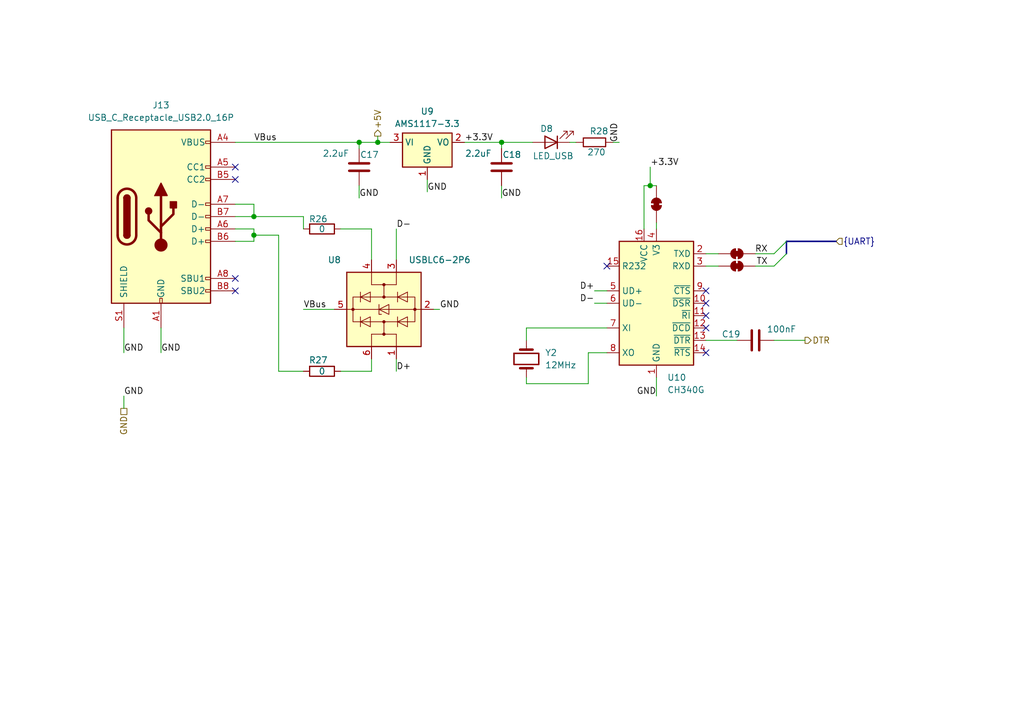
<source format=kicad_sch>
(kicad_sch (version 20231120) (generator "eeschema") (generator_version "8.0")
  (paper "A5")
  (title_block (title "Programming connector") (date "2024-11-03") (rev "1.0"))
  (lib_symbols
    (symbol "Connector:USB_C_Receptacle_USB2.0_16P" (pin_names (offset 1.016))
      (property "Reference" "J" (at 0 22.225 0))
      (property "Value" "USB_C_Receptacle_USB2.0_16P" (at 0 19.685 0))
      (symbol "USB_C_Receptacle_USB2.0_16P_0_0"
        (rectangle (start -0.254 -17.78) (end 0.254 -16.764))
        (rectangle (start 10.16 -14.986) (end 9.144 -15.494))
        (rectangle (start 10.16 -12.446) (end 9.144 -12.954))
        (rectangle (start 10.16 -4.826) (end 9.144 -5.334))
        (rectangle (start 10.16 -2.286) (end 9.144 -2.794))
        (rectangle (start 10.16 0.254) (end 9.144 -0.254))
        (rectangle (start 10.16 2.794) (end 9.144 2.286))
        (rectangle (start 10.16 7.874) (end 9.144 7.366))
        (rectangle (start 10.16 10.414) (end 9.144 9.906))
        (rectangle (start 10.16 15.494) (end 9.144 14.986))
      )
      (symbol "USB_C_Receptacle_USB2.0_16P_0_1"
        (rectangle (start -10.16 17.78) (end 10.16 -17.78) (stroke (width 0.254)) (fill (type background)))
        (arc (start -8.89 -3.81) (mid -6.985 -5.7067) (end -5.08 -3.81) (stroke (width 0.508)))
        (arc (start -7.62 -3.81) (mid -6.985 -4.4423) (end -6.35 -3.81) (stroke (width 0.254)))
        (arc (start -7.62 -3.81) (mid -6.985 -4.4423) (end -6.35 -3.81) (stroke (width 0.254)) (fill (type outline)))
        (rectangle (start -7.62 -3.81) (end -6.35 3.81) (stroke (width 0.254)) (fill (type outline)))
        (arc (start -6.35 3.81) (mid -6.985 4.4423) (end -7.62 3.81) (stroke (width 0.254)))
        (arc (start -6.35 3.81) (mid -6.985 4.4423) (end -7.62 3.81) (stroke (width 0.254)) (fill (type outline)))
        (arc (start -5.08 3.81) (mid -6.985 5.7067) (end -8.89 3.81) (stroke (width 0.508)))
        (circle (center -2.54 1.143) (radius 0.635) (stroke (width 0.254)) (fill (type outline)))
        (circle (center 0 -5.842) (radius 1.27) (fill (type outline)))
        (polyline (pts (xy -8.89 -3.81) (xy -8.89 3.81)) (stroke (width 0.508)))
        (polyline (pts (xy -5.08 3.81) (xy -5.08 -3.81)) (stroke (width 0.508)))
        (polyline (pts (xy 0 -5.842) (xy 0 4.318)) (stroke (width 0.508)))
        (polyline (pts (xy 0 -3.302) (xy -2.54 -0.762) (xy -2.54 0.508)) (stroke (width 0.508)))
        (polyline (pts (xy 0 -2.032) (xy 2.54 0.508) (xy 2.54 1.778)) (stroke (width 0.508)))
        (polyline (pts (xy -1.27 4.318) (xy 0 6.858) (xy 1.27 4.318) (xy -1.27 4.318)) (stroke (width 0.254)) (fill (type outline)))
        (rectangle (start 1.905 1.778) (end 3.175 3.048) (stroke (width 0.254)) (fill (type outline)))
      )
      (symbol "USB_C_Receptacle_USB2.0_16P_1_1"
        (pin passive line (at 0 -22.86 90) (length 5.08) (name "GND") (number "A1"))
        (pin passive line (at 0 -22.86 90) (length 5.08) hide (name "GND") (number "A12"))
        (pin passive line (at 15.24 15.24 180) (length 5.08) (name "VBUS") (number "A4"))
        (pin bidirectional line (at 15.24 10.16 180) (length 5.08) (name "CC1") (number "A5"))
        (pin bidirectional line (at 15.24 -2.54 180) (length 5.08) (name "D+") (number "A6"))
        (pin bidirectional line (at 15.24 2.54 180) (length 5.08) (name "D-") (number "A7"))
        (pin bidirectional line (at 15.24 -12.7 180) (length 5.08) (name "SBU1") (number "A8"))
        (pin passive line (at 15.24 15.24 180) (length 5.08) hide (name "VBUS") (number "A9"))
        (pin passive line (at 0 -22.86 90) (length 5.08) hide (name "GND") (number "B1"))
        (pin passive line (at 0 -22.86 90) (length 5.08) hide (name "GND") (number "B12"))
        (pin passive line (at 15.24 15.24 180) (length 5.08) hide (name "VBUS") (number "B4"))
        (pin bidirectional line (at 15.24 7.62 180) (length 5.08) (name "CC2") (number "B5"))
        (pin bidirectional line (at 15.24 -5.08 180) (length 5.08) (name "D+") (number "B6"))
        (pin bidirectional line (at 15.24 0 180) (length 5.08) (name "D-") (number "B7"))
        (pin bidirectional line (at 15.24 -15.24 180) (length 5.08) (name "SBU2") (number "B8"))
        (pin passive line (at 15.24 15.24 180) (length 5.08) hide (name "VBUS") (number "B9"))
        (pin passive line (at -7.62 -22.86 90) (length 5.08) (name "SHIELD") (number "S1"))
      )
    )
    (symbol "Device:C" (pin_numbers hide) (pin_names (offset 0.254))
      (property "Reference" "C" (at 0.635 2.54 0))
      (property "Value" "C" (at 0.635 -2.54 0))
      (symbol "C_0_1"
        (polyline (pts (xy -2.032 -0.762) (xy 2.032 -0.762)) (stroke (width 0.508)))
        (polyline (pts (xy -2.032 0.762) (xy 2.032 0.762)) (stroke (width 0.508)))
      )
      (symbol "C_1_1"
        (pin passive line (at 0 3.81 270) (length 2.794) (name "~") (number "1"))
        (pin passive line (at 0 -3.81 90) (length 2.794) (name "~") (number "2"))
      )
    )
    (symbol "Device:Crystal" (pin_numbers hide) (pin_names (offset 1.016) hide)
      (property "Reference" "Y" (at 0 3.81 0))
      (property "Value" "Crystal" (at 0 -3.81 0))
      (symbol "Crystal_0_1"
        (rectangle (start -1.143 2.54) (end 1.143 -2.54) (stroke (width 0.3048)))
        (polyline (pts (xy -2.54 0) (xy -1.905 0)))
        (polyline (pts (xy -1.905 -1.27) (xy -1.905 1.27)) (stroke (width 0.508)))
        (polyline (pts (xy 1.905 -1.27) (xy 1.905 1.27)) (stroke (width 0.508)))
        (polyline (pts (xy 2.54 0) (xy 1.905 0)))
      )
      (symbol "Crystal_1_1"
        (pin passive line (at -3.81 0 0) (length 1.27) (name "1") (number "1"))
        (pin passive line (at 3.81 0 180) (length 1.27) (name "2") (number "2"))
      )
    )
    (symbol "Device:LED" (pin_numbers hide) (pin_names (offset 1.016) hide)
      (property "Reference" "D" (at 0 2.54 0))
      (property "Value" "LED" (at 0 -2.54 0))
      (symbol "LED_0_1"
        (polyline (pts (xy -1.27 -1.27) (xy -1.27 1.27)) (stroke (width 0.254)))
        (polyline (pts (xy -1.27 0) (xy 1.27 0)))
        (polyline (pts (xy 1.27 -1.27) (xy 1.27 1.27) (xy -1.27 0) (xy 1.27 -1.27)) (stroke (width 0.254)))
        (polyline (pts (xy -3.048 -0.762) (xy -4.572 -2.286) (xy -3.81 -2.286) (xy -4.572 -2.286) (xy -4.572 -1.524)))
        (polyline (pts (xy -1.778 -0.762) (xy -3.302 -2.286) (xy -2.54 -2.286) (xy -3.302 -2.286) (xy -3.302 -1.524)))
      )
      (symbol "LED_1_1"
        (pin passive line (at -3.81 0 0) (length 2.54) (name "K") (number "1"))
        (pin passive line (at 3.81 0 180) (length 2.54) (name "A") (number "2"))
      )
    )
    (symbol "Device:R" (pin_numbers hide) (pin_names (offset 0))
      (property "Reference" "R" (at 2.032 0 90))
      (property "Value" "R" (at 0 0 90))
      (symbol "R_0_1"
        (rectangle (start -1.016 -2.54) (end 1.016 2.54) (stroke (width 0.254)))
      )
      (symbol "R_1_1"
        (pin passive line (at 0 3.81 270) (length 1.27) (name "~") (number "1"))
        (pin passive line (at 0 -3.81 90) (length 1.27) (name "~") (number "2"))
      )
    )
    (symbol "Interface_USB:CH340G"
      (property "Reference" "U" (at -5.08 13.97 0))
      (property "Value" "CH340G" (at 1.27 13.97 0))
      (symbol "CH340G_0_1"
        (rectangle (start -7.62 12.7) (end 7.62 -12.7) (stroke (width 0.254)) (fill (type background)))
      )
      (symbol "CH340G_1_1"
        (pin power_in line (at 0 -15.24 90) (length 2.54) (name "GND") (number "1"))
        (pin input line (at 10.16 0 180) (length 2.54) (name "~{DSR}") (number "10"))
        (pin input line (at 10.16 -2.54 180) (length 2.54) (name "~{RI}") (number "11"))
        (pin input line (at 10.16 -5.08 180) (length 2.54) (name "~{DCD}") (number "12"))
        (pin output line (at 10.16 -7.62 180) (length 2.54) (name "~{DTR}") (number "13"))
        (pin output line (at 10.16 -10.16 180) (length 2.54) (name "~{RTS}") (number "14"))
        (pin input line (at -10.16 7.62 0) (length 2.54) (name "R232") (number "15"))
        (pin power_in line (at -2.54 15.24 270) (length 2.54) (name "VCC") (number "16"))
        (pin output line (at 10.16 10.16 180) (length 2.54) (name "TXD") (number "2"))
        (pin input line (at 10.16 7.62 180) (length 2.54) (name "RXD") (number "3"))
        (pin power_out line (at 0 15.24 270) (length 2.54) (name "V3") (number "4"))
        (pin bidirectional line (at -10.16 2.54 0) (length 2.54) (name "UD+") (number "5"))
        (pin bidirectional line (at -10.16 0 0) (length 2.54) (name "UD-") (number "6"))
        (pin input line (at -10.16 -5.08 0) (length 2.54) (name "XI") (number "7"))
        (pin output line (at -10.16 -10.16 0) (length 2.54) (name "XO") (number "8"))
        (pin input line (at 10.16 2.54 180) (length 2.54) (name "~{CTS}") (number "9"))
      )
    )
    (symbol "Jumper:SolderJumper_2_Bridged" (pin_numbers hide) (pin_names (offset 0) hide) (exclude_from_sim yes) (in_bom no)
      (property "Reference" "JP" (at 0 2.032 0))
      (property "Value" "SolderJumper_2_Bridged" (at 0 -2.54 0))
      (symbol "SolderJumper_2_Bridged_0_1"
        (rectangle (start -0.508 0.508) (end 0.508 -0.508) (fill (type outline)))
        (arc (start -0.254 1.016) (mid -1.2656 0) (end -0.254 -1.016))
        (arc (start -0.254 1.016) (mid -1.2656 0) (end -0.254 -1.016) (fill (type outline)))
        (polyline (pts (xy -0.254 1.016) (xy -0.254 -1.016)))
        (polyline (pts (xy 0.254 1.016) (xy 0.254 -1.016)))
        (arc (start 0.254 -1.016) (mid 1.2656 0) (end 0.254 1.016))
        (arc (start 0.254 -1.016) (mid 1.2656 0) (end 0.254 1.016) (fill (type outline)))
      )
      (symbol "SolderJumper_2_Bridged_1_1"
        (pin passive line (at -3.81 0 0) (length 2.54) (name "A") (number "1"))
        (pin passive line (at 3.81 0 180) (length 2.54) (name "B") (number "2"))
      )
    )
    (symbol "PCM_SL_Devices:Resistor_0.5W"
      (property "Reference" "R" (at 0 5.08 0))
      (property "Value" "Resistor_0.5W" (at 0 2.54 0))
      (symbol "Resistor_0.5W_0_1"
        (rectangle (start -2.286 0.889) (end 2.286 -0.889) (stroke (width 0.24)))
      )
      (symbol "Resistor_0.5W_1_1"
        (pin passive line (at -3.81 0 0) (length 1.5) (name "") (number "1"))
        (pin passive line (at 3.81 0 180) (length 1.5) (name "~") (number "2"))
      )
    )
    (symbol "Power_Protection:USBLC6-2P6" (pin_names hide)
      (property "Reference" "U" (at 2.54 8.89 0))
      (property "Value" "USBLC6-2P6" (at 2.54 -8.89 0))
      (symbol "USBLC6-2P6_0_1"
        (rectangle (start -7.62 -7.62) (end 7.62 7.62) (stroke (width 0.254)) (fill (type background)))
        (circle (center -5.08 0) (radius 0.254) (fill (type outline)))
        (circle (center -2.54 0) (radius 0.254) (fill (type outline)))
        (rectangle (start -2.54 6.35) (end 2.54 -6.35))
        (circle (center 0 -6.35) (radius 0.254) (fill (type outline)))
        (polyline (pts (xy -5.08 -2.54) (xy -7.62 -2.54)))
        (polyline (pts (xy -5.08 0) (xy -5.08 -2.54)))
        (polyline (pts (xy -5.08 2.54) (xy -7.62 2.54)))
        (polyline (pts (xy -1.524 -2.794) (xy -3.556 -2.794)))
        (polyline (pts (xy -1.524 4.826) (xy -3.556 4.826)))
        (polyline (pts (xy 0 -7.62) (xy 0 -6.35)))
        (polyline (pts (xy 0 -6.35) (xy 0 1.27)))
        (polyline (pts (xy 0 1.27) (xy 0 6.35)))
        (polyline (pts (xy 0 6.35) (xy 0 7.62)))
        (polyline (pts (xy 1.524 -2.794) (xy 3.556 -2.794)))
        (polyline (pts (xy 1.524 4.826) (xy 3.556 4.826)))
        (polyline (pts (xy 5.08 -2.54) (xy 7.62 -2.54)))
        (polyline (pts (xy 5.08 0) (xy 5.08 -2.54)))
        (polyline (pts (xy 5.08 2.54) (xy 7.62 2.54)))
        (polyline (pts (xy -2.54 0) (xy -5.08 0) (xy -5.08 2.54)))
        (polyline (pts (xy 2.54 0) (xy 5.08 0) (xy 5.08 2.54)))
        (polyline (pts (xy -3.556 -4.826) (xy -1.524 -4.826) (xy -2.54 -2.794) (xy -3.556 -4.826)))
        (polyline (pts (xy -3.556 2.794) (xy -1.524 2.794) (xy -2.54 4.826) (xy -3.556 2.794)))
        (polyline (pts (xy -1.016 -1.016) (xy 1.016 -1.016) (xy 0 1.016) (xy -1.016 -1.016)))
        (polyline (pts (xy 1.016 1.016) (xy 0.762 1.016) (xy -1.016 1.016) (xy -1.016 0.508)))
        (polyline (pts (xy 3.556 -4.826) (xy 1.524 -4.826) (xy 2.54 -2.794) (xy 3.556 -4.826)))
        (polyline (pts (xy 3.556 2.794) (xy 1.524 2.794) (xy 2.54 4.826) (xy 3.556 2.794)))
        (circle (center 0 6.35) (radius 0.254) (fill (type outline)))
        (circle (center 2.54 0) (radius 0.254) (fill (type outline)))
        (circle (center 5.08 0) (radius 0.254) (fill (type outline)))
      )
      (symbol "USBLC6-2P6_1_1"
        (pin passive line (at -10.16 -2.54 0) (length 2.54) (name "I/O1") (number "1"))
        (pin passive line (at 0 -10.16 90) (length 2.54) (name "GND") (number "2"))
        (pin passive line (at 10.16 -2.54 180) (length 2.54) (name "I/O2") (number "3"))
        (pin passive line (at 10.16 2.54 180) (length 2.54) (name "I/O2") (number "4"))
        (pin passive line (at 0 10.16 270) (length 2.54) (name "VBUS") (number "5"))
        (pin passive line (at -10.16 2.54 0) (length 2.54) (name "I/O1") (number "6"))
      )
    )
    (symbol "Regulator_Linear:AMS1117-3.3"
      (property "Reference" "U" (at -3.81 3.175 0))
      (property "Value" "AMS1117-3.3" (at 0 3.175 0))
      (symbol "AMS1117-3.3_0_1"
        (rectangle (start -5.08 -5.08) (end 5.08 1.905) (stroke (width 0.254)) (fill (type background)))
      )
      (symbol "AMS1117-3.3_1_1"
        (pin power_in line (at 0 -7.62 90) (length 2.54) (name "GND") (number "1"))
        (pin power_out line (at 7.62 0 180) (length 2.54) (name "VO") (number "2"))
        (pin power_in line (at -7.62 0 0) (length 2.54) (name "VI") (number "3"))
      )
    )
  )
  (bus_alias "I2C" (members "SCL" "SDA"))
  (bus_alias "SPI" (members "MOSI" "MISO" "SCK" "CLK"))
  (bus_alias "UART" (members "RX" "TX"))
  (junction (at 52.07 48.26))
  (junction (at 73.66 29.21))
  (junction (at 77.47 29.21))
  (junction (at 52.07 44.45))
  (junction (at 133.35 38.1))
  (junction (at 102.87 29.21))
  (no_connect (at 48.26 34.29))
  (no_connect (at 144.78 62.23))
  (no_connect (at 144.78 59.69))
  (no_connect (at 144.78 67.31))
  (no_connect (at 144.78 64.77))
  (no_connect (at 144.78 72.39))
  (no_connect (at 48.26 57.15))
  (no_connect (at 48.26 59.69))
  (no_connect (at 48.26 36.83))
  (no_connect (at 124.46 54.61))
  (bus_entry (at 161.29 52.07) (size -2.54 2.54))
  (bus_entry (at 161.29 49.53) (size -2.54 2.54))
  (wire (pts (xy 154.94 54.61) (xy 158.75 54.61)))
  (wire (pts (xy 107.95 69.85) (xy 107.95 67.31)))
  (wire (pts (xy 102.87 29.21) (xy 109.22 29.21)))
  (bus (pts (xy 171.45 49.53) (xy 161.29 49.53)))
  (wire (pts (xy 77.47 27.94) (xy 77.47 29.21)))
  (wire (pts (xy 134.62 45.72) (xy 134.62 46.99)))
  (wire (pts (xy 52.07 44.45) (xy 62.23 44.45)))
  (wire (pts (xy 144.78 52.07) (xy 147.32 52.07)))
  (wire (pts (xy 132.08 38.1) (xy 133.35 38.1)))
  (wire (pts (xy 57.15 48.26) (xy 52.07 48.26)))
  (wire (pts (xy 76.2 76.2) (xy 76.2 73.66)))
  (wire (pts (xy 48.26 49.53) (xy 52.07 49.53)))
  (wire (pts (xy 102.87 29.21) (xy 102.87 30.48)))
  (wire (pts (xy 107.95 78.74) (xy 107.95 77.47)))
  (wire (pts (xy 77.47 29.21) (xy 80.01 29.21)))
  (wire (pts (xy 76.2 46.99) (xy 76.2 53.34)))
  (wire (pts (xy 121.92 62.23) (xy 124.46 62.23)))
  (wire (pts (xy 121.92 59.69) (xy 124.46 59.69)))
  (wire (pts (xy 120.65 72.39) (xy 120.65 78.74)))
  (wire (pts (xy 124.46 72.39) (xy 120.65 72.39)))
  (wire (pts (xy 69.85 76.2) (xy 76.2 76.2)))
  (wire (pts (xy 52.07 48.26) (xy 52.07 46.99)))
  (wire (pts (xy 69.85 46.99) (xy 76.2 46.99)))
  (wire (pts (xy 134.62 77.47) (xy 134.62 81.28)))
  (wire (pts (xy 107.95 67.31) (xy 124.46 67.31)))
  (wire (pts (xy 52.07 41.91) (xy 52.07 44.45)))
  (bus (pts (xy 161.29 52.07) (xy 161.29 49.53)))
  (wire (pts (xy 144.78 69.85) (xy 151.13 69.85)))
  (wire (pts (xy 87.63 36.83) (xy 87.63 39.37)))
  (wire (pts (xy 102.87 38.1) (xy 102.87 40.64)))
  (wire (pts (xy 120.65 78.74) (xy 107.95 78.74)))
  (wire (pts (xy 73.66 29.21) (xy 73.66 30.48)))
  (wire (pts (xy 48.26 46.99) (xy 52.07 46.99)))
  (wire (pts (xy 73.66 29.21) (xy 77.47 29.21)))
  (wire (pts (xy 73.66 38.1) (xy 73.66 40.64)))
  (wire (pts (xy 62.23 63.5) (xy 68.58 63.5)))
  (wire (pts (xy 116.84 29.21) (xy 118.11 29.21)))
  (wire (pts (xy 52.07 49.53) (xy 52.07 48.26)))
  (wire (pts (xy 144.78 54.61) (xy 147.32 54.61)))
  (wire (pts (xy 48.26 29.21) (xy 73.66 29.21)))
  (wire (pts (xy 25.4 67.31) (xy 25.4 72.39)))
  (wire (pts (xy 158.75 69.85) (xy 165.1 69.85)))
  (wire (pts (xy 81.28 73.66) (xy 81.28 76.2)))
  (wire (pts (xy 88.9 63.5) (xy 90.17 63.5)))
  (wire (pts (xy 95.25 29.21) (xy 102.87 29.21)))
  (wire (pts (xy 48.26 41.91) (xy 52.07 41.91)))
  (wire (pts (xy 154.94 52.07) (xy 158.75 52.07)))
  (wire (pts (xy 132.08 46.99) (xy 132.08 38.1)))
  (wire (pts (xy 125.73 29.21) (xy 127 29.21)))
  (wire (pts (xy 62.23 46.99) (xy 62.23 44.45)))
  (wire (pts (xy 81.28 53.34) (xy 81.28 46.99)))
  (wire (pts (xy 57.15 76.2) (xy 62.23 76.2)))
  (wire (pts (xy 57.15 76.2) (xy 57.15 48.26)))
  (wire (pts (xy 133.35 38.1) (xy 134.62 38.1)))
  (wire (pts (xy 133.35 34.29) (xy 133.35 38.1)))
  (wire (pts (xy 48.26 44.45) (xy 52.07 44.45)))
  (wire (pts (xy 33.02 67.31) (xy 33.02 72.39)))
  (wire (pts (xy 25.4 81.28) (xy 25.4 83.82)))
  (label "D+" (at 121.92 59.69 180))
  (label "GND" (at 25.4 72.39 0))
  (label "GND" (at 73.66 40.64 0))
  (label "VBus" (at 62.23 63.5 0))
  (label "D-" (at 121.92 62.23 180))
  (label "GND" (at 127 29.21 90))
  (label "GND" (at 90.17 63.5 0))
  (label "GND" (at 33.02 72.39 0))
  (label "D-" (at 81.28 46.99 0))
  (label "RX" (at 157.48 52.07 180))
  (label "+3.3V" (at 133.35 34.29 0))
  (label "VBus" (at 52.07 29.21 0))
  (label "GND" (at 102.87 40.64 0))
  (label "GND" (at 87.63 39.37 0))
  (label "+3.3V" (at 95.25 29.21 0))
  (label "D+" (at 81.28 76.2 0))
  (label "GND" (at 25.4 81.28 0))
  (label "TX" (at 157.48 54.61 180))
  (label "GND" (at 134.62 81.28 180))
  (hierarchical_label "+5V" (shape output) (at 77.47 27.94 90))
  (hierarchical_label "DTR" (shape output) (at 165.1 69.85 0))
  (hierarchical_label "{UART}" (shape input) (at 171.45 49.53 0))
  (hierarchical_label "GND" (shape passive) (at 25.4 83.82 270))
  (symbol (lib_id "Device:Crystal") (at 107.95 73.66 270) (unit 1)
    (property "Reference" "Y2" (at 111.76 72.3899 90) (effects (justify left)))
    (property "Value" "12MHz" (at 111.76 74.9299 90) (effects (justify left)))
    (property "Footprint" "Crystal:Crystal_SMD_HC49-SD" (effects (hide yes)))
    (property "Description" "Two pin crystal" (effects (hide yes)))
  )
  (symbol (lib_id "Connector:USB_C_Receptacle_USB2.0_16P") (at 33.02 44.45 0) (unit 1)
    (property "Reference" "J13" (at 33.02 21.59 0))
    (property "Value" "USB_C_Receptacle_USB2.0_16P" (at 33.02 24.13 0))
    (property "Footprint" "Connector_USB:USB_C_Receptacle_GCT_USB4085" (effects (hide yes)))
    (property "Datasheet" "https://www.usb.org/sites/default/files/documents/usb_type-c.zip" (effects (hide yes)))
    (property "Description" "USB 2.0-only 16P Type-C Receptacle connector" (effects (hide yes)))
    (instances (project "Weather" (path "" (reference "J13") (unit 1))) (project "Tracker" (path "" (reference "J3") (unit 1))))
  )
  (symbol (lib_id "Device:R") (at 66.04 46.99 90) (unit 1)
    (property "Reference" "R26" (at 65.278 44.958 90))
    (property "Value" "0" (at 66.04 46.99 90))
    (property "Footprint" "Resistor_SMD:R_0603_1608Metric" (effects (hide yes)))
    (instances (project "Weather" (path "" (reference "R26") (unit 1))) (project "Tracker" (path "" (reference "R67") (unit 1))))
  )
  (symbol (lib_id "Jumper:SolderJumper_2_Bridged") (at 151.13 52.07 0) (unit 1) (exclude_from_sim yes) (in_bom no)
    (property "Reference" "J15" (effects (hide yes)))
    (property "Value" "SolderJumper_2_Bridged" (effects (hide yes)))
    (property "Footprint" "Jumper:SolderJumper-2_P1.3mm_Bridged_Pad1.0x1.5mm" (effects (hide yes)))
    (property "Description" "Solder Jumper, 2-pole, closed/bridged" (effects (hide yes)))
  )
  (symbol (lib_id "Device:C") (at 154.94 69.85 90) (unit 1)
    (property "Reference" "C19" (at 151.892 68.58 90) (effects (justify left)))
    (property "Value" "100nF" (at 163.322 67.564 90) (effects (justify left)))
    (property "Footprint" "Capacitor_SMD:C_0603_1608Metric" (effects (hide yes)))
    (instances (project "Weather" (path "" (reference "C19") (unit 1))) (project "Tracker" (path "" (reference "C41") (unit 1))))
  )
  (symbol (lib_id "PCM_SL_Devices:Resistor_0.5W") (at 121.92 29.21 0) (unit 1)
    (property "Reference" "R28" (at 120.904 26.924 0) (effects (justify left)))
    (property "Value" "270" (at 120.396 31.242 0) (effects (justify left)))
    (property "Footprint" "Resistor_SMD:R_0603_1608Metric" (effects (hide yes)))
    (instances (project "Weather" (path "" (reference "R28") (unit 1))) (project "Tracker" (path "" (reference "R19") (unit 1))))
  )
  (symbol (lib_id "Interface_USB:CH340G") (at 134.62 62.23 0) (unit 1)
    (property "Reference" "U10" (at 136.8141 77.47 0) (effects (justify left)))
    (property "Value" "CH340G" (at 136.8141 80.01 0) (effects (justify left)))
    (property "Footprint" "Package_SO:SOIC-16_3.9x9.9mm_P1.27mm" (effects (hide yes)))
    (property "Datasheet" "http://www.datasheet5.com/pdf-local-2195953" (effects (hide yes)))
    (property "Description" "USB serial converter, UART, SOIC-16" (effects (hide yes)))
  )
  (symbol (lib_id "Device:C") (at 73.66 34.29 180) (unit 1)
    (property "Reference" "C17" (at 77.724 31.75 0) (effects (justify left)))
    (property "Value" "2.2uF" (at 71.628 31.496 0) (effects (justify left)))
    (property "Footprint" "Capacitor_SMD:C_0603_1608Metric" (effects (hide yes)))
  )
  (symbol (lib_id "Device:R") (at 66.04 76.2 90) (unit 1)
    (property "Reference" "R27" (at 65.278 73.914 90))
    (property "Value" "0" (at 66.04 76.2 90))
    (property "Footprint" "Resistor_SMD:R_0603_1608Metric" (effects (hide yes)))
    (instances (project "Weather" (path "" (reference "R27") (unit 1))) (project "Tracker" (path "" (reference "R68") (unit 1))))
  )
  (symbol (lib_id "Regulator_Linear:AMS1117-3.3") (at 87.63 29.21 0) (unit 1)
    (property "Reference" "U9" (at 87.63 22.86 0))
    (property "Value" "AMS1117-3.3" (at 87.63 25.4 0))
    (property "Footprint" "Package_TO_SOT_SMD:SOT-223-3_TabPin2" (effects (hide yes)))
    (property "Datasheet" "http://www.advanced-monolithic.com/pdf/ds1117.pdf" (effects (hide yes)))
    (property "Description" "1A Low Dropout regulator, positive, 3.3V fixed output, SOT-223" (effects (hide yes)))
  )
  (symbol (lib_id "Jumper:SolderJumper_2_Bridged") (at 151.13 54.61 0) (unit 1) (exclude_from_sim yes) (in_bom no)
    (property "Reference" "J16" (effects (hide yes)))
    (property "Value" "SolderJumper_2_Bridged" (effects (hide yes)))
    (property "Footprint" "Jumper:SolderJumper-2_P1.3mm_Bridged_Pad1.0x1.5mm" (effects (hide yes)))
    (property "Description" "Solder Jumper, 2-pole, closed/bridged" (effects (hide yes)))
  )
  (symbol (lib_id "Device:C") (at 102.87 34.29 180) (unit 1)
    (property "Reference" "C18" (at 106.934 31.75 0) (effects (justify left)))
    (property "Value" "2.2uF" (at 100.838 31.496 0) (effects (justify left)))
    (property "Footprint" "Capacitor_SMD:C_0603_1608Metric" (effects (hide yes)))
  )
  (symbol (lib_id "Power_Protection:USBLC6-2P6") (at 78.74 63.5 90) (unit 1)
    (property "Reference" "U8" (at 68.58 53.34 90))
    (property "Value" "USBLC6-2P6" (at 90.17 53.34 90))
    (property "Footprint" "Package_TO_SOT_SMD:SOT-666" (effects (hide yes)))
    (property "Datasheet" "https://www.st.com/resource/en/datasheet/usblc6-2.pdf" (effects (hide yes)))
    (instances (project "Weather" (path "" (reference "U8") (unit 1))) (project "Tracker" (path "" (reference "U20") (unit 1))))
  )
  (symbol (lib_id "Device:LED") (at 113.03 29.21 180) (unit 1)
    (property "Reference" "D8" (at 110.744 26.416 0) (effects (justify right)))
    (property "Value" "LED_USB" (at 109.22 32.004 0) (effects (justify right)))
    (property "Footprint" "LED_SMD:LED_0603_1608Metric" (effects (hide yes)))
    (instances (project "Weather" (path "" (reference "D8") (unit 1))) (project "Tracker" (path "" (reference "D25") (unit 1))))
  )
  (symbol (lib_id "Jumper:SolderJumper_2_Bridged") (at 134.62 41.91 90) (unit 1) (exclude_from_sim yes) (in_bom no)
    (property "Reference" "J14" (effects (hide yes)))
    (property "Value" "SolderJumper_2_Bridged" (effects (hide yes)))
    (property "Footprint" "Jumper:SolderJumper-2_P1.3mm_Bridged_Pad1.0x1.5mm" (effects (hide yes)))
    (property "Description" "Solder Jumper, 2-pole, closed/bridged" (effects (hide yes)))
  )
)
</source>
